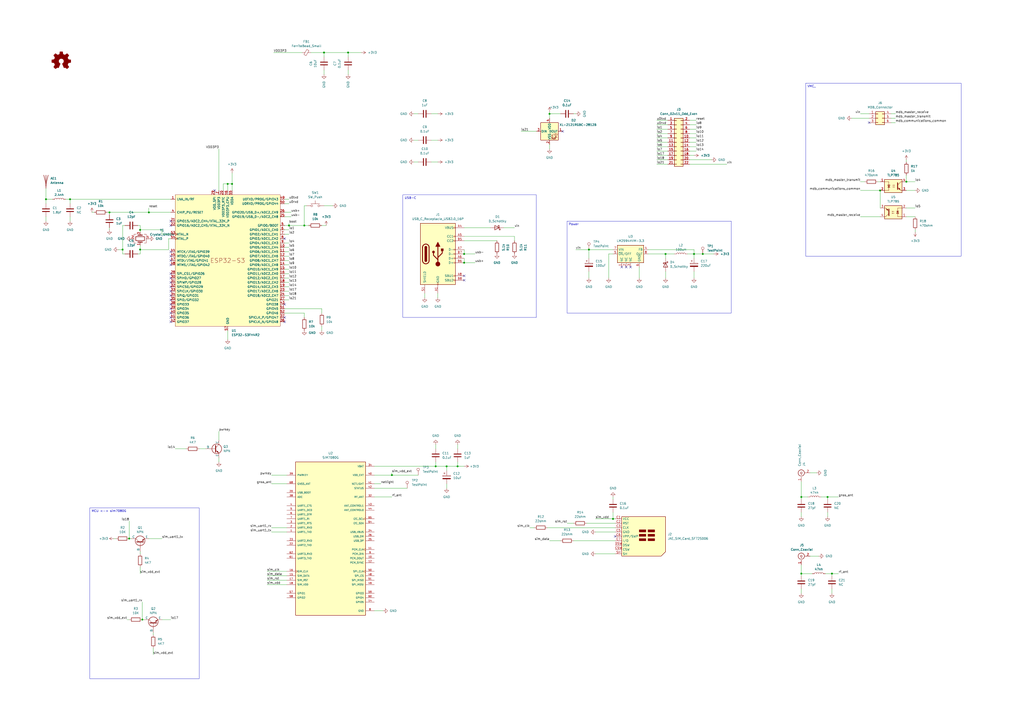
<source format=kicad_sch>
(kicad_sch (version 20250114) (generator "eeschema") (generator_version "9.0")
  (paper "A2")
  (text_box "Power" (at 328.93 128.27 0) (size 95.25 53.34) (margins 0.9525 0.9525 0.9525 0.9525) (effects (font (size 1.27 1.27)) (justify left top)))
  (text_box "USB-C" (at 233.68 113.03 0) (size 77.47 71.12) (margins 0.9525 0.9525 0.9525 0.9525) (effects (font (size 1.27 1.27)) (justify left top)))
  (text_box "MCU <-> sim7080G" (at 52.07 294.64 0) (size 63.5 99.06) (margins 0.9525 0.9525 0.9525 0.9525) (effects (font (size 1.27 1.27)) (justify left top)))
  (text_box "VMC_" (at 467.36 48.26 0) (size 90.17 100.33) (margins 0.9525 0.9525 0.9525 0.9525) (effects (font (size 1.27 1.27)) (justify left top)))
  (junction (at 252.73 270.51))
  (junction (at 167.64 130.81))
  (junction (at 464.82 332.74))
  (junction (at 26.67 115.57))
  (junction (at 176.53 130.81))
  (junction (at 386.08 147.32))
  (junction (at 86.36 123.19))
  (junction (at 269.24 152.4))
  (junction (at 407.67 147.32))
  (junction (at 81.28 144.78))
  (junction (at 227.33 275.59))
  (junction (at 81.28 133.35))
  (junction (at 74.93 312.42))
  (junction (at 134.62 106.68))
  (junction (at 510.54 110.49))
  (junction (at 355.6 300.99))
  (junction (at 71.12 144.78))
  (junction (at 40.64 115.57))
  (junction (at 341.63 144.78))
  (junction (at 269.24 147.32))
  (junction (at 482.6 332.74))
  (junction (at 201.93 30.48))
  (junction (at 63.5 123.19))
  (junction (at 259.08 270.51))
  (junction (at 187.96 30.48))
  (junction (at 265.43 270.51))
  (junction (at 480.06 288.29))
  (junction (at 402.59 147.32))
  (junction (at 82.55 359.41))
  (junction (at 464.82 288.29))
  (junction (at 132.08 106.68))
  (junction (at 318.77 66.04))
  (junction (at 525.78 105.41))
  (no_connect (at 269.24 160.02))
  (no_connect (at 99.06 176.53))
  (no_connect (at 504.19 71.12))
  (no_connect (at 269.24 162.56))
  (no_connect (at 99.06 158.75))
  (no_connect (at 99.06 179.07))
  (no_connect (at 365.76 154.94))
  (no_connect (at 99.06 151.13))
  (no_connect (at 99.06 166.37))
  (no_connect (at 99.06 130.81))
  (no_connect (at 326.39 76.2))
  (no_connect (at 99.06 186.69))
  (no_connect (at 99.06 163.83))
  (no_connect (at 99.06 171.45))
  (no_connect (at 124.46 110.49))
  (no_connect (at 99.06 148.59))
  (no_connect (at 99.06 153.67))
  (no_connect (at 99.06 128.27))
  (no_connect (at 99.06 184.15))
  (no_connect (at 99.06 173.99))
  (no_connect (at 165.1 176.53))
  (no_connect (at 360.68 154.94))
  (no_connect (at 356.87 311.15))
  (no_connect (at 165.1 186.69))
  (no_connect (at 99.06 168.91))
  (no_connect (at 363.22 154.94))
  (no_connect (at 165.1 138.43))
  (no_connect (at 99.06 181.61))
  (no_connect (at 99.06 161.29))
  (no_connect (at 99.06 146.05))
  (no_connect (at 165.1 184.15))
  (wire (pts (xy 177.8 119.38) (xy 176.53 119.38)))
  (wire (pts (xy 26.67 115.57) (xy 30.48 115.57)))
  (wire (pts (xy 499.11 110.49) (xy 510.54 110.49)))
  (wire (pts (xy 73.66 359.41) (xy 74.93 359.41)))
  (wire (pts (xy 318.77 313.69) (xy 325.12 313.69)))
  (wire (pts (xy 166.37 334.01) (xy 154.94 334.01)))
  (wire (pts (xy 252.73 270.51) (xy 259.08 270.51)))
  (wire (pts (xy 265.43 267.97) (xy 265.43 270.51)))
  (wire (pts (xy 400.05 90.17) (xy 402.59 90.17)))
  (wire (pts (xy 318.77 64.77) (xy 318.77 66.04)))
  (wire (pts (xy 165.1 179.07) (xy 186.69 179.07)))
  (wire (pts (xy 499.11 105.41) (xy 501.65 105.41)))
  (wire (pts (xy 254 66.04) (xy 250.19 66.04)))
  (wire (pts (xy 254 172.72) (xy 254 170.18)))
  (wire (pts (xy 355.6 288.29) (xy 355.6 289.56)))
  (wire (pts (xy 525.78 110.49) (xy 530.86 110.49)))
  (wire (pts (xy 127 267.97) (xy 127 265.43)))
  (wire (pts (xy 468.63 288.29) (xy 464.82 288.29)))
  (wire (pts (xy 309.88 306.07) (xy 307.34 306.07)))
  (wire (pts (xy 516.89 71.12) (xy 519.43 71.12)))
  (wire (pts (xy 402.59 149.86) (xy 402.59 147.32)))
  (wire (pts (xy 353.06 147.32) (xy 355.6 147.32)))
  (wire (pts (xy 99.06 135.89) (xy 93.98 135.89)))
  (wire (pts (xy 71.12 147.32) (xy 72.39 147.32)))
  (wire (pts (xy 334.01 66.04) (xy 332.74 66.04)))
  (wire (pts (xy 325.12 66.04) (xy 318.77 66.04)))
  (wire (pts (xy 403.86 77.47) (xy 400.05 77.47)))
  (wire (pts (xy 381 95.25) (xy 387.35 95.25)))
  (wire (pts (xy 473.71 274.32) (xy 469.9 274.32)))
  (wire (pts (xy 269.24 137.16) (xy 298.45 137.16)))
  (wire (pts (xy 402.59 161.29) (xy 402.59 157.48)))
  (wire (pts (xy 530.86 133.35) (xy 530.86 134.62)))
  (wire (pts (xy 341.63 144.78) (xy 355.6 144.78)))
  (wire (pts (xy 259.08 270.51) (xy 265.43 270.51)))
  (wire (pts (xy 165.1 146.05) (xy 167.64 146.05)))
  (wire (pts (xy 80.01 147.32) (xy 81.28 147.32)))
  (wire (pts (xy 403.86 85.09) (xy 400.05 85.09)))
  (wire (pts (xy 165.1 173.99) (xy 167.64 173.99)))
  (wire (pts (xy 318.77 86.36) (xy 318.77 83.82)))
  (wire (pts (xy 81.28 328.93) (xy 81.28 332.74)))
  (wire (pts (xy 332.74 313.69) (xy 356.87 313.69)))
  (wire (pts (xy 63.5 124.46) (xy 63.5 123.19)))
  (wire (pts (xy 302.26 76.2) (xy 311.15 76.2)))
  (wire (pts (xy 252.73 267.97) (xy 252.73 270.51)))
  (wire (pts (xy 80.01 130.81) (xy 81.28 130.81)))
  (wire (pts (xy 201.93 30.48) (xy 201.93 33.02)))
  (wire (pts (xy 403.86 72.39) (xy 400.05 72.39)))
  (wire (pts (xy 158.75 30.48) (xy 175.26 30.48)))
  (wire (pts (xy 86.36 123.19) (xy 99.06 123.19)))
  (wire (pts (xy 165.1 123.19) (xy 168.91 123.19)))
  (wire (pts (xy 26.67 128.27) (xy 26.67 125.73)))
  (wire (pts (xy 334.01 144.78) (xy 341.63 144.78)))
  (wire (pts (xy 220.98 280.67) (xy 217.17 280.67)))
  (wire (pts (xy 97.79 144.78) (xy 97.79 138.43)))
  (wire (pts (xy 127 86.36) (xy 127 110.49)))
  (wire (pts (xy 62.23 123.19) (xy 63.5 123.19)))
  (wire (pts (xy 478.79 332.74) (xy 482.6 332.74)))
  (wire (pts (xy 165.1 163.83) (xy 167.64 163.83)))
  (wire (pts (xy 165.1 135.89) (xy 167.64 135.89)))
  (wire (pts (xy 381 87.63) (xy 387.35 87.63)))
  (wire (pts (xy 165.1 130.81) (xy 167.64 130.81)))
  (wire (pts (xy 167.64 129.54) (xy 167.64 130.81)))
  (wire (pts (xy 71.12 144.78) (xy 71.12 147.32)))
  (wire (pts (xy 165.1 181.61) (xy 176.53 181.61)))
  (wire (pts (xy 402.59 147.32) (xy 398.78 147.32)))
  (wire (pts (xy 391.16 147.32) (xy 386.08 147.32)))
  (wire (pts (xy 81.28 147.32) (xy 81.28 144.78)))
  (wire (pts (xy 176.53 119.38) (xy 176.53 130.81)))
  (wire (pts (xy 187.96 43.18) (xy 187.96 40.64)))
  (wire (pts (xy 412.75 92.71) (xy 400.05 92.71)))
  (wire (pts (xy 201.93 30.48) (xy 187.96 30.48)))
  (wire (pts (xy 227.33 275.59) (xy 217.17 275.59)))
  (wire (pts (xy 63.5 123.19) (xy 86.36 123.19)))
  (wire (pts (xy 318.77 66.04) (xy 318.77 68.58)))
  (wire (pts (xy 403.86 80.01) (xy 400.05 80.01)))
  (wire (pts (xy 482.6 332.74) (xy 486.41 332.74)))
  (wire (pts (xy 246.38 170.18) (xy 246.38 172.72)))
  (wire (pts (xy 403.86 87.63) (xy 400.05 87.63)))
  (wire (pts (xy 132.08 191.77) (xy 132.08 196.85)))
  (wire (pts (xy 381 80.01) (xy 387.35 80.01)))
  (wire (pts (xy 165.1 166.37) (xy 167.64 166.37)))
  (wire (pts (xy 132.08 110.49) (xy 132.08 106.68)))
  (wire (pts (xy 176.53 184.15) (xy 176.53 181.61)))
  (wire (pts (xy 240.03 81.28) (xy 242.57 81.28)))
  (wire (pts (xy 165.1 153.67) (xy 167.64 153.67)))
  (wire (pts (xy 464.82 332.74) (xy 464.82 334.01)))
  (wire (pts (xy 254 81.28) (xy 250.19 81.28)))
  (wire (pts (xy 187.96 30.48) (xy 187.96 33.02)))
  (wire (pts (xy 93.98 135.89) (xy 93.98 133.35)))
  (wire (pts (xy 341.63 149.86) (xy 341.63 144.78)))
  (wire (pts (xy 341.63 161.29) (xy 341.63 157.48)))
  (wire (pts (xy 476.25 288.29) (xy 480.06 288.29)))
  (wire (pts (xy 381 90.17) (xy 387.35 90.17)))
  (wire (pts (xy 54.61 123.19) (xy 53.34 123.19)))
  (wire (pts (xy 26.67 109.22) (xy 26.67 115.57)))
  (wire (pts (xy 217.17 270.51) (xy 252.73 270.51)))
  (wire (pts (xy 81.28 133.35) (xy 93.98 133.35)))
  (wire (pts (xy 227.33 288.29) (xy 217.17 288.29)))
  (wire (pts (xy 480.06 299.72) (xy 480.06 297.18)))
  (wire (pts (xy 525.78 105.41) (xy 530.86 105.41)))
  (wire (pts (xy 129.54 110.49) (xy 129.54 106.68)))
  (wire (pts (xy 165.1 140.97) (xy 167.64 140.97)))
  (wire (pts (xy 386.08 157.48) (xy 386.08 161.29)))
  (wire (pts (xy 381 85.09) (xy 387.35 85.09)))
  (wire (pts (xy 259.08 283.21) (xy 259.08 280.67)))
  (wire (pts (xy 74.93 312.42) (xy 76.2 312.42)))
  (wire (pts (xy 40.64 128.27) (xy 40.64 125.73)))
  (wire (pts (xy 402.59 144.78) (xy 402.59 147.32)))
  (wire (pts (xy 227.33 275.59) (xy 242.57 275.59)))
  (wire (pts (xy 386.08 149.86) (xy 386.08 147.32)))
  (wire (pts (xy 471.17 332.74) (xy 464.82 332.74)))
  (wire (pts (xy 101.6 260.35) (xy 107.95 260.35)))
  (wire (pts (xy 40.64 115.57) (xy 99.06 115.57)))
  (wire (pts (xy 26.67 118.11) (xy 26.67 115.57)))
  (wire (pts (xy 186.69 189.23) (xy 186.69 191.77)))
  (wire (pts (xy 381 72.39) (xy 387.35 72.39)))
  (wire (pts (xy 63.5 133.35) (xy 63.5 132.08)))
  (wire (pts (xy 254 93.98) (xy 250.19 93.98)))
  (wire (pts (xy 403.86 69.85) (xy 400.05 69.85)))
  (wire (pts (xy 240.03 93.98) (xy 242.57 93.98)))
  (wire (pts (xy 375.92 144.78) (xy 402.59 144.78)))
  (wire (pts (xy 186.69 130.81) (xy 189.23 130.81)))
  (wire (pts (xy 71.12 130.81) (xy 71.12 144.78)))
  (wire (pts (xy 355.6 297.18) (xy 355.6 300.99)))
  (wire (pts (xy 353.06 161.29) (xy 353.06 147.32)))
  (wire (pts (xy 134.62 100.33) (xy 134.62 106.68)))
  (wire (pts (xy 115.57 260.35) (xy 119.38 260.35)))
  (wire (pts (xy 381 77.47) (xy 387.35 77.47)))
  (wire (pts (xy 187.96 119.38) (xy 193.04 119.38)))
  (wire (pts (xy 88.9 375.92) (xy 88.9 379.73)))
  (wire (pts (xy 134.62 106.68) (xy 134.62 110.49)))
  (wire (pts (xy 165.1 168.91) (xy 167.64 168.91)))
  (wire (pts (xy 167.64 158.75) (xy 165.1 158.75)))
  (wire (pts (xy 381 82.55) (xy 387.35 82.55)))
  (wire (pts (xy 265.43 257.81) (xy 265.43 260.35)))
  (wire (pts (xy 370.84 161.29) (xy 370.84 154.94)))
  (wire (pts (xy 356.87 308.61) (xy 345.44 308.61)))
  (wire (pts (xy 480.06 288.29) (xy 480.06 289.56)))
  (wire (pts (xy 464.82 299.72) (xy 464.82 297.18)))
  (wire (pts (xy 407.67 147.32) (xy 402.59 147.32)))
  (wire (pts (xy 269.24 139.7) (xy 288.29 139.7)))
  (wire (pts (xy 40.64 118.11) (xy 40.64 115.57)))
  (wire (pts (xy 317.5 306.07) (xy 356.87 306.07)))
  (wire (pts (xy 179.07 130.81) (xy 176.53 130.81)))
  (wire (pts (xy 88.9 368.3) (xy 88.9 367.03)))
  (wire (pts (xy 403.86 82.55) (xy 400.05 82.55)))
  (wire (pts (xy 516.89 68.58) (xy 519.43 68.58)))
  (wire (pts (xy 414.02 147.32) (xy 407.67 147.32)))
  (wire (pts (xy 209.55 30.48) (xy 201.93 30.48)))
  (wire (pts (xy 81.28 134.62) (xy 81.28 133.35)))
  (wire (pts (xy 421.64 95.25) (xy 400.05 95.25)))
  (wire (pts (xy 403.86 74.93) (xy 400.05 74.93)))
  (wire (pts (xy 81.28 144.78) (xy 81.28 142.24)))
  (wire (pts (xy 474.98 322.58) (xy 469.9 322.58)))
  (wire (pts (xy 201.93 43.18) (xy 201.93 40.64)))
  (wire (pts (xy 167.64 130.81) (xy 176.53 130.81)))
  (wire (pts (xy 381 92.71) (xy 387.35 92.71)))
  (wire (pts (xy 269.24 149.86) (xy 269.24 152.4)))
  (wire (pts (xy 157.48 280.67) (xy 166.37 280.67)))
  (wire (pts (xy 165.1 133.35) (xy 167.64 133.35)))
  (wire (pts (xy 499.11 66.04) (xy 504.19 66.04)))
  (wire (pts (xy 236.22 283.21) (xy 217.17 283.21)))
  (wire (pts (xy 165.1 156.21) (xy 167.64 156.21)))
  (wire (pts (xy 464.82 327.66) (xy 464.82 332.74)))
  (wire (pts (xy 381 74.93) (xy 387.35 74.93)))
  (wire (pts (xy 345.44 321.31) (xy 356.87 321.31)))
  (wire (pts (xy 525.78 120.65) (xy 530.86 120.65)))
  (wire (pts (xy 355.6 300.99) (xy 345.44 300.99)))
  (wire (pts (xy 252.73 257.81) (xy 252.73 260.35)))
  (wire (pts (xy 328.93 303.53) (xy 332.74 303.53)))
  (wire (pts (xy 269.24 147.32) (xy 275.59 147.32)))
  (wire (pts (xy 165.1 171.45) (xy 167.64 171.45)))
  (wire (pts (xy 494.03 68.58) (xy 504.19 68.58)))
  (wire (pts (xy 93.98 312.42) (xy 86.36 312.42)))
  (wire (pts (xy 356.87 303.53) (xy 340.36 303.53)))
  (wire (pts (xy 499.11 125.73) (xy 510.54 125.73)))
  (wire (pts (xy 464.82 344.17) (xy 464.82 341.63)))
  (wire (pts (xy 187.96 30.48) (xy 180.34 30.48)))
  (wire (pts (xy 154.94 331.47) (xy 166.37 331.47)))
  (wire (pts (xy 97.79 138.43) (xy 99.06 138.43)))
  (wire (pts (xy 66.04 312.42) (xy 67.31 312.42)))
  (wire (pts (xy 81.28 321.31) (xy 81.28 320.04)))
  (wire (pts (xy 40.64 115.57) (xy 38.1 115.57)))
  (wire (pts (xy 480.06 288.29) (xy 486.41 288.29)))
  (wire (pts (xy 292.1 132.08) (xy 298.45 132.08)))
  (wire (pts (xy 166.37 336.55) (xy 154.94 336.55)))
  (wire (pts (xy 166.37 339.09) (xy 154.94 339.09)))
  (wire (pts (xy 127 250.19) (xy 127 255.27)))
  (wire (pts (xy 165.1 151.13) (xy 167.64 151.13)))
  (wire (pts (xy 509.27 105.41) (xy 510.54 105.41)))
  (wire (pts (xy 464.82 288.29) (xy 464.82 289.56)))
  (wire (pts (xy 525.78 92.71) (xy 525.78 93.98)))
  (wire (pts (xy 71.12 130.81) (xy 72.39 130.81)))
  (wire (pts (xy 165.1 148.59) (xy 167.64 148.59)))
  (wire (pts (xy 464.82 279.4) (xy 464.82 288.29)))
  (wire (pts (xy 165.1 115.57) (xy 167.64 115.57)))
  (wire (pts (xy 186.69 179.07) (xy 186.69 181.61)))
  (wire (pts (xy 82.55 349.25) (xy 82.55 359.41)))
  (wire (pts (xy 157.48 275.59) (xy 166.37 275.59)))
  (wire (pts (xy 81.28 144.78) (xy 97.79 144.78)))
  (wire (pts (xy 386.08 147.32) (xy 375.92 147.32)))
  (wire (pts (xy 525.78 101.6) (xy 525.78 105.41)))
  (wire (pts (xy 99.06 359.41) (xy 93.98 359.41)))
  (wire (pts (xy 165.1 161.29) (xy 167.64 161.29)))
  (wire (pts (xy 81.28 130.81) (xy 81.28 133.35)))
  (wire (pts (xy 129.54 106.68) (xy 132.08 106.68)))
  (wire (pts (xy 165.1 143.51) (xy 167.64 143.51)))
  (wire (pts (xy 482.6 344.17) (xy 482.6 341.63)))
  (wire (pts (xy 165.1 118.11) (xy 167.64 118.11)))
  (wire (pts (xy 516.89 66.04) (xy 519.43 66.04)))
  (wire (pts (xy 86.36 120.65) (xy 86.36 123.19)))
  (wire (pts (xy 157.48 306.07) (xy 166.37 306.07)))
  (wire (pts (xy 269.24 144.78) (xy 269.24 147.32)))
  (wire (pts (xy 356.87 300.99) (xy 355.6 300.99)))
  (wire (pts (xy 381 69.85) (xy 387.35 69.85)))
  (wire (pts (xy 482.6 332.74) (xy 482.6 334.01)))
  (wire (pts (xy 510.54 110.49) (xy 510.54 120.65)))
  (wire (pts (xy 227.33 274.32) (xy 227.33 275.59)))
  (wire (pts (xy 269.24 132.08) (xy 284.48 132.08)))
  (wire (pts (xy 240.03 66.04) (xy 242.57 66.04)))
  (wire (pts (xy 82.55 359.41) (xy 83.82 359.41)))
  (wire (pts (xy 68.58 144.78) (xy 71.12 144.78)))
  (wire (pts (xy 269.24 152.4) (xy 275.59 152.4)))
  (wire (pts (xy 298.45 137.16) (xy 298.45 139.7)))
  (wire (pts (xy 265.43 270.51) (xy 269.24 270.51)))
  (wire (pts (xy 525.78 125.73) (xy 530.86 125.73)))
  (wire (pts (xy 259.08 273.05) (xy 259.08 270.51)))
  (wire (pts (xy 74.93 302.26) (xy 74.93 312.42)))
  (wire (pts (xy 132.08 106.68) (xy 134.62 106.68)))
  (wire (pts (xy 157.48 308.61) (xy 166.37 308.61)))
  (wire (pts (xy 165.1 125.73) (xy 168.91 125.73)))
  (wire (pts (xy 222.25 354.33) (xy 217.17 354.33)))
  (label "u0txd" (at 167.64 115.57 0))
  (label "reset" (at 86.36 120.65 0))
  (label "io18" (at 381 92.71 0))
  (label "usb+" (at 168.91 123.19 0))
  (label "sim_vdd" (at 154.94 339.09 0))
  (label "vin" (at 334.01 144.78 0))
  (label "vin" (at 298.45 132.08 0))
  (label "io1" (at 381 74.93 0))
  (label "sim_vdd_ext" (at 81.28 332.74 0))
  (label "io21" (at 302.26 76.2 0))
  (label "usb+" (at 275.59 152.4 0))
  (label "VDD3P3" (at 127 86.36 180))
  (label "reset" (at 403.86 69.85 0))
  (label "boot" (at 167.64 129.54 0))
  (label "sim_rst" (at 154.94 336.55 0))
  (label "io5" (at 381 82.55 0))
  (label "io7" (at 381 87.63 0))
  (label "sim_vdd_ext" (at 73.66 359.41 180))
  (label "sim_clk" (at 307.34 306.07 180))
  (label "io5" (at 530.86 120.65 0))
  (label "usb-" (at 168.91 125.73 0))
  (label "io9" (at 167.64 153.67 0))
  (label "sim_clk" (at 154.94 331.47 0))
  (label "sim_uart1_rx" (at 157.48 306.07 180))
  (label "io2" (at 167.64 135.89 0))
  (label "sim_uart1_rx" (at 82.55 349.25 180))
  (label "sim_rst" (at 328.93 303.53 180))
  (label "io14" (at 403.86 87.63 0))
  (label "usb-" (at 275.59 147.32 0))
  (label "io17" (at 381 90.17 0))
  (label "io1" (at 167.64 133.35 0))
  (label "io12" (at 167.64 161.29 0))
  (label "mdb_master_receive" (at 499.11 125.73 180))
  (label "io13" (at 167.64 163.83 0))
  (label "mdb_master_transmit" (at 499.11 105.41 180))
  (label "sim_uart1_tx" (at 157.48 308.61 180))
  (label "io14" (at 167.64 166.37 0))
  (label "pwrkey" (at 127 250.19 0))
  (label "io4" (at 381 80.01 0))
  (label "sim_vdd_ext" (at 227.33 274.32 0))
  (label "mdb_master_receive" (at 519.43 66.04 0))
  (label "mdb_communications_common" (at 519.43 71.12 0))
  (label "io12" (at 403.86 82.55 0))
  (label "sim_data" (at 318.77 313.69 180))
  (label "io10" (at 167.64 156.21 0))
  (label "io6" (at 167.64 146.05 0))
  (label "u0rxd" (at 167.64 118.11 0))
  (label "gnss_ant" (at 157.48 280.67 180))
  (label "io8" (at 167.64 151.13 0))
  (label "io6" (at 381 85.09 0))
  (label "io2" (at 381 77.47 0))
  (label "io4" (at 167.64 140.97 0))
  (label "io11" (at 167.64 158.75 0))
  (label "sim_data" (at 154.94 334.01 0))
  (label "VDD3P3" (at 158.75 30.48 0))
  (label "io11" (at 403.86 80.01 0))
  (label "io21" (at 167.64 173.99 0))
  (label "io14" (at 101.6 260.35 180))
  (label "io4" (at 530.86 105.41 0))
  (label "io18" (at 167.64 171.45 0))
  (label "io7" (at 167.64 148.59 0))
  (label "io18" (at 74.93 302.26 180))
  (label "io10" (at 403.86 77.47 0))
  (label "io17" (at 99.06 359.41 0))
  (label "io5" (at 167.64 143.51 0))
  (label "mdb_master_transmit" (at 519.43 68.58 0))
  (label "sim_vdd_ext" (at 88.9 379.73 0))
  (label "io17" (at 167.64 168.91 0))
  (label "u0txd" (at 381 69.85 0))
  (label "io21" (at 381 95.25 0))
  (label "io9" (at 403.86 74.93 0))
  (label "u0rxd" (at 381 72.39 0))
  (label "io13" (at 403.86 85.09 0))
  (label "sim_vdd" (at 345.44 300.99 0))
  (label "vin" (at 499.11 66.04 180))
  (label "rf_ant" (at 227.33 288.29 0))
  (label "vin" (at 421.64 95.25 0))
  (label "rf_ant" (at 486.41 332.74 0))
  (label "mdb_communications_common" (at 499.11 110.49 180))
  (label "sim_uart1_tx" (at 93.98 312.42 0))
  (label "pwrkey" (at 157.48 275.59 180))
  (label "netlight" (at 220.98 280.67 0))
  (label "io8" (at 403.86 72.39 0))
  (label "gnss_ant" (at 486.41 288.29 0))
  (symbol (lib_id "Device:R") (at 88.9 372.11 180) (unit 1)
    (property "Reference" "R5" (at 91.44 370.8399 0) (effects (justify right)))
    (property "Value" "4K7" (at 91.44 373.3799 0) (effects (justify right)))
    (property "Footprint" "Resistor_SMD:R_0603_1608Metric" (effects (hide yes)))
    (property "LCSC#" "C23162" (effects (hide yes)))
  )
  (symbol (lib_id "power:GND") (at 474.98 322.58 90) (unit 1)
    (property "Reference" "#PWR054" (effects (hide yes)))
    (property "Value" "GND" (at 478.79 322.5799 90) (effects (justify right)))
  )
  (symbol (lib_id "power:GND") (at 132.08 196.85 0) (unit 1)
    (property "Reference" "#PWR011" (effects (hide yes)))
    (property "Value" "GND" (at 132.08 201.93 0))
  )
  (symbol (lib_id "power:+3V3") (at 525.78 92.71 0) (unit 1)
    (property "Reference" "#PWR058" (effects (hide yes)))
    (property "Value" "+3V3" (at 525.78 87.63 0))
  )
  (symbol (lib_id "power:+3V3") (at 402.59 90.17 270) (unit 1)
    (property "Reference" "#PWR047" (effects (hide yes)))
    (property "Value" "+3V3" (at 406.4 90.17 90) (effects (justify left)))
  )
  (symbol (lib_id "power:+3V3") (at 530.86 134.62 180) (unit 1)
    (property "Reference" "#PWR060" (effects (hide yes)))
    (property "Value" "+3V3" (at 530.86 139.7 0))
  )
  (symbol (lib_id "power:GND") (at 412.75 92.71 90) (unit 1)
    (property "Reference" "#PWR050" (effects (hide yes)))
    (property "Value" "GND" (at 416.56 92.71 90) (effects (justify right)))
  )
  (symbol (lib_id "Device:C") (at 201.93 36.83 180) (unit 1)
    (property "Reference" "C7" (at 194.31 36.83 90))
    (property "Value" "0.1uF" (at 196.85 36.83 90))
    (property "Footprint" "Capacitor_SMD:C_0603_1608Metric" (effects (hide yes)))
    (property "LCSC#" "C5137636" (effects (hide yes)))
  )
  (symbol (lib_id "power:+3V3") (at 318.77 64.77 0) (unit 1)
    (property "Reference" "#PWR035" (effects (hide yes)))
    (property "Value" "+3V3" (at 318.77 62.23 0) (effects (justify left)))
  )
  (symbol (lib_id "power:GND") (at 334.01 66.04 90) (unit 1)
    (property "Reference" "#PWR037" (effects (hide yes)))
    (property "Value" "GND" (at 339.09 66.04 0))
  )
  (symbol (lib_id "Isolator:TLP785") (at 518.16 107.95 0) (unit 1)
    (property "Reference" "U4" (at 518.16 99.06 0))
    (property "Value" "TLP785" (at 518.16 101.6 0))
    (property "Footprint" "Package_SO:SOP-4_3.8x4.1mm_P2.54mm" (effects (hide yes)))
    (property "Datasheet" "https://toshiba.semicon-storage.com/info/docget.jsp?did=10569&prodName=TLP785" (effects (hide yes)))
    (property "Description" "DC Optocoupler, Vce 80V, CTR 50-200%, DIP4" (effects (hide yes)))
    (property "LCSC#" "C128776" (effects (hide yes)))
  )
  (symbol (lib_id "Connector:JAE_SIM_Card_SF72S006") (at 356.87 311.15 0) (unit 1)
    (property "Reference" "J2" (at 387.35 309.8799 0) (effects (justify left)))
    (property "Value" "JAE_SIM_Card_SF72S006" (at 387.35 312.4199 0) (effects (justify left)))
    (property "Footprint" "Connector_JAE:JAE_SIM_Card_SF72S006" (effects (hide yes)))
    (property "Datasheet" "https://www.jae.com/direct/topics/topics_file_download/topics_id=68892&ext_no=06&index=0&_lang=en&v=202003111511468456809" (effects (hide yes)))
    (property "Description" "Nano-SIM Card (4FF) connector with Detect Switch" (effects (hide yes)))
    (property "LCSC#" "C2977286" (effects (hide yes)))
  )
  (symbol (lib_id "Connector:TestPoint") (at 341.63 144.78 0) (unit 1)
    (property "Reference" "TP4" (at 344.17 140.2079 0) (effects (justify left)))
    (property "Value" "TestPoint" (at 344.17 142.7479 0) (effects (justify left)))
    (property "Footprint" "TestPoint:TestPoint_Pad_D1.0mm" (effects (hide yes)))
    (property "Description" "test point" (effects (hide yes)))
  )
  (symbol (lib_id "Graphic:Logo_Open_Hardware_Small") (at 35.56 35.56 0) (unit 1) (exclude_from_sim yes) (in_bom no) (on_board no)
    (property "Reference" "#SYM1" (effects (hide yes)))
    (property "Value" "Logo_Open_Hardware_Small" (effects (hide yes)))
    (property "Footprint" "Symbol:OSHW-Logo2_14.6x12mm_SilkScreen" (effects (hide yes)))
    (property "Description" "Open Hardware logo, small" (effects (hide yes)))
  )
  (symbol (lib_id "Device:C") (at 252.73 264.16 180) (unit 1)
    (property "Reference" "C11" (at 256.54 262.8899 0) (effects (justify right)))
    (property "Value" "0.1uF" (at 256.54 265.4299 0) (effects (justify right)))
    (property "Footprint" "Capacitor_SMD:C_0603_1608Metric" (effects (hide yes)))
    (property "LCSC#" "C5137636" (effects (hide yes)))
  )
  (symbol (lib_id "Device:R") (at 530.86 129.54 180) (unit 1)
    (property "Reference" "R18" (at 533.4 128.2699 0) (effects (justify right)))
    (property "Value" "470ohm" (at 533.4 130.8099 0) (effects (justify right)))
    (property "Footprint" "Resistor_SMD:R_0603_1608Metric" (effects (hide yes)))
    (property "Description" "Resistor" (effects (hide yes)))
    (property "LCSC#" "C114669" (effects (hide yes)))
  )
  (symbol (lib_id "power:+3V3") (at 254 81.28 270) (unit 1)
    (property "Reference" "#PWR027" (effects (hide yes)))
    (property "Value" "+3V3" (at 257.81 81.2799 90) (effects (justify left)))
  )
  (symbol (lib_id "Device:R") (at 71.12 312.42 270) (unit 1)
    (property "Reference" "R2" (at 71.12 306.07 90))
    (property "Value" "10K" (at 71.12 308.61 90))
    (property "Footprint" "Resistor_SMD:R_0603_1608Metric" (effects (hide yes)))
    (property "LCSC#" "C98220" (effects (hide yes)))
  )
  (symbol (lib_id "Simulation_SPICE:NPN") (at 124.46 260.35 0) (unit 1)
    (property "Reference" "Q3" (at 129.54 259.0799 0) (effects (justify left)))
    (property "Value" "NPN" (at 129.54 261.6199 0) (effects (justify left)))
    (property "Footprint" "Package_TO_SOT_SMD:SOT-23" (effects (hide yes)))
    (property "Datasheet" "https://ngspice.sourceforge.io/docs/ngspice-html-manual/manual.xhtml#cha_BJTs" (effects (hide yes)))
    (property "Description" "Bipolar transistor symbol for simulation only, substrate tied to the emitter" (effects (hide yes)))
    (property "Sim.Device" "NPN" (effects (hide yes)))
    (property "Sim.Type" "GUMMELPOON" (effects (hide yes)))
    (property "Sim.Pins" "1=C 2=B 3=E" (effects (hide yes)))
    (property "LCSC#" "C916374" (effects (hide yes)))
  )
  (symbol (lib_id "power:GND") (at 86.36 138.43 90) (unit 1)
    (property "Reference" "#PWR09" (effects (hide yes)))
    (property "Value" "GND" (at 90.17 138.4299 90) (effects (justify right)))
  )
  (symbol (lib_id "power:GND") (at 370.84 161.29 0) (unit 1)
    (property "Reference" "#PWR044" (effects (hide yes)))
    (property "Value" "GND" (at 370.84 166.37 0))
  )
  (symbol (lib_id "Switch:SW_Push") (at 182.88 119.38 0) (unit 1)
    (property "Reference" "SW1" (at 182.88 111.76 0))
    (property "Value" "SW_Push" (at 182.88 114.3 0))
    (property "Footprint" "Button_Switch_SMD:SW_Tactile_SPST_NO_Straight_CK_PTS636Sx25SMTRLFS" (effects (hide yes)))
    (property "LCSC#" "C42435421" (effects (hide yes)))
  )
  (symbol (lib_id "power:+3V3") (at 189.23 130.81 0) (unit 1)
    (property "Reference" "#PWR016" (effects (hide yes)))
    (property "Value" "+3V3" (at 189.23 125.73 0))
  )
  (symbol (lib_id "LED:WS2812B-2020") (at 318.77 76.2 0) (unit 1)
    (property "Reference" "D2" (at 332.74 69.7798 0))
    (property "Value" "XL-2121RGBC-2812B" (at 335.28 72.39 0))
    (property "Footprint" "LED_SMD:LED_WS2812B-2020_PLCC4_2.0x2.0mm" (effects (hide yes)))
    (property "Datasheet" "https://cdn-shop.adafruit.com/product-files/4684/4684_WS2812B-2020_V1.3_EN.pdf" (effects (hide yes)))
    (property "Description" "RGB LED with integrated controller, 2.0 x 2.0 mm, 12 mA" (effects (hide yes)))
    (property "LCSC#" "C5349957" (effects (hide yes)))
  )
  (symbol (lib_id "power:GND") (at 63.5 133.35 0) (unit 1)
    (property "Reference" "#PWR04" (effects (hide yes)))
    (property "Value" "GND" (at 63.5 138.43 0))
  )
  (symbol (lib_id "Device:R") (at 78.74 359.41 270) (unit 1)
    (property "Reference" "R3" (at 78.74 353.06 90))
    (property "Value" "10K" (at 78.74 355.6 90))
    (property "Footprint" "Resistor_SMD:R_0603_1608Metric" (effects (hide yes)))
    (property "LCSC#" "C98220" (effects (hide yes)))
  )
  (symbol (lib_id "Connector:TestPoint") (at 242.57 275.59 0) (unit 1)
    (property "Reference" "TP3" (at 245.11 271.0179 0) (effects (justify left)))
    (property "Value" "TestPoint" (at 245.11 273.5579 0) (effects (justify left)))
    (property "Footprint" "TestPoint:TestPoint_Pad_D1.0mm" (effects (hide yes)))
    (property "Description" "test point" (effects (hide yes)))
  )
  (symbol (lib_id "Device:C") (at 482.6 337.82 180) (unit 1)
    (property "Reference" "C21" (at 486.41 336.5499 0) (effects (justify right)))
    (property "Value" "NC" (at 486.41 339.0899 0) (effects (justify right)))
    (property "Footprint" "Capacitor_SMD:C_0603_1608Metric" (effects (hide yes)))
  )
  (symbol (lib_id "Simulation_SPICE:NPN") (at 81.28 314.96 90) (unit 1)
    (property "Reference" "Q1" (at 81.28 306.07 90))
    (property "Value" "NPN" (at 81.28 308.61 90))
    (property "Footprint" "Package_TO_SOT_SMD:SOT-23" (effects (hide yes)))
    (property "Datasheet" "https://ngspice.sourceforge.io/docs/ngspice-html-manual/manual.xhtml#cha_BJTs" (effects (hide yes)))
    (property "Description" "Bipolar transistor symbol for simulation only, substrate tied to the emitter" (effects (hide yes)))
    (property "Sim.Device" "NPN" (effects (hide yes)))
    (property "Sim.Type" "GUMMELPOON" (effects (hide yes)))
    (property "Sim.Pins" "1=C 2=B 3=E" (effects (hide yes)))
    (property "LCSC#" "C916374" (effects (hide yes)))
  )
  (symbol (lib_id "power:+3V3") (at 53.34 123.19 0) (unit 1)
    (property "Reference" "#PWR03" (effects (hide yes)))
    (property "Value" "+3V3" (at 53.34 118.11 0))
  )
  (symbol (lib_id "power:GND") (at 345.44 308.61 270) (unit 1)
    (property "Reference" "#PWR039" (effects (hide yes)))
    (property "Value" "GND" (at 341.63 308.6099 90) (effects (justify right)))
  )
  (symbol (lib_id "power:GND") (at 530.86 110.49 90) (unit 1)
    (property "Reference" "#PWR059" (effects (hide yes)))
    (property "Value" "GND" (at 534.67 110.4899 90) (effects (justify right)))
  )
  (symbol (lib_id "power:+3V3") (at 66.04 312.42 90) (unit 1)
    (property "Reference" "#PWR05" (effects (hide yes)))
    (property "Value" "+3V3" (at 62.738 312.42 90) (effects (justify left)))
  )
  (symbol (lib_id "Connector:USB_C_Receptacle_USB2.0_16P") (at 254 147.32 0) (unit 1)
    (property "Reference" "J1" (at 254 124.46 0))
    (property "Value" "USB_C_Receptacle_USB2.0_16P" (at 254 127 0))
    (property "Footprint" "Connector_USB:USB_C_Receptacle_G-Switch_GT-USB-7010ASV" (effects (hide yes)))
    (property "Datasheet" "https://www.usb.org/sites/default/files/documents/usb_type-c.zip" (effects (hide yes)))
    (property "Description" "USB 2.0-only 16P Type-C Receptacle connector" (effects (hide yes)))
    (property "LCSC#" "C2988369" (effects (hide yes)))
  )
  (symbol (lib_id "Device:C") (at 265.43 264.16 180) (unit 1)
    (property "Reference" "C13" (at 269.24 262.8899 0) (effects (justify right)))
    (property "Value" "1uF" (at 269.24 265.4299 0) (effects (justify right)))
    (property "Footprint" "Capacitor_SMD:C_0603_1608Metric" (effects (hide yes)))
    (property "LCSC#" "C6119849" (effects (hide yes)))
  )
  (symbol (lib_id "Connector_Generic:Conn_02x11_Odd_Even") (at 392.43 82.55 0) (unit 1)
    (property "Reference" "J3" (at 393.7 63.5 0))
    (property "Value" "Conn_02x11_Odd_Even" (at 393.7 66.04 0))
    (property "Footprint" "Connector_PinHeader_2.54mm:PinHeader_2x11_P2.54mm_Vertical" (effects (hide yes)))
    (property "Description" "Generic connector, double row, 02x11, odd/even pin numbering scheme (row 1 odd numbers, row 2 even numbers), script generated (kicad-library-utils/schlib/autogen/connector/)" (effects (hide yes)))
    (property "LCSC#" "C41375952" (effects (hide yes)))
  )
  (symbol (lib_id "SIM7080g:SIM7080G") (at 191.77 311.15 0) (unit 1)
    (property "Reference" "U2" (at 191.77 262.89 0))
    (property "Value" "SIM7080G" (at 191.77 265.43 0))
    (property "Footprint" "SIM7080G:XCVR_SIM7080G" (effects (hide yes)))
    (property "MF" "SIMCom" (effects (hide yes)))
    (property "MAXIMUM_PACKAGE_HEIGHT" "2.6 mm" (effects (hide yes)))
    (property "Package" "Package" (effects (hide yes)))
    (property "Price" "None" (effects (hide yes)))
    (property "Check_prices" "https://www.snapeda.com/parts/SIM7080G/SIMCom/view-part/?ref=eda" (effects (hide yes)))
    (property "STANDARD" "Manufacturer Recommendation" (effects (hide yes)))
    (property "PARTREV" "1.04" (effects (hide yes)))
    (property "SnapEDA_Link" "https://www.snapeda.com/parts/SIM7080G/SIMCom/view-part/?ref=snap" (effects (hide yes)))
    (property "MP" "SIM7080G" (effects (hide yes)))
    (property "Description_1" "Cellular, Navigation Galileo, GLONASS, GPS, GNSS, LTE Transceiver Module 1.559GHz ~ 1.576GHz, 1.575GHz ~ 1.576GHz, 1.574GHz ~ 1.606GHz, 1.598GHz ~ 1.563GHz Antenna Not Included Surface Mount" (effects (hide yes)))
    (property "Availability" "In Stock" (effects (hide yes)))
    (property "MANUFACTURER" "SIMCOM" (effects (hide yes)))
    (property "LCSC#" "C2943992" (effects (hide yes)))
  )
  (symbol (lib_id "power:+3V3") (at 134.62 100.33 0) (unit 1)
    (property "Reference" "#PWR012" (effects (hide yes)))
    (property "Value" "+3V3" (at 134.62 95.25 0))
  )
  (symbol (lib_id "power:+3V3") (at 254 93.98 270) (unit 1)
    (property "Reference" "#PWR028" (effects (hide yes)))
    (property "Value" "+3V3" (at 257.81 93.9799 90) (effects (justify left)))
  )
  (symbol (lib_id "Device:R") (at 298.45 143.51 0) (unit 1)
    (property "Reference" "R11" (at 304.8 143.51 90))
    (property "Value" "5.1k" (at 302.26 143.51 90))
    (property "Footprint" "Resistor_SMD:R_0603_1608Metric" (effects (hide yes)))
    (property "LCSC#" "C394543" (effects (hide yes)))
  )
  (symbol (lib_id "power:GND") (at 252.73 257.81 180) (unit 1)
    (property "Reference" "#PWR025" (effects (hide yes)))
    (property "Value" "GND" (at 252.73 252.73 0))
  )
  (symbol (lib_id "Device:L") (at 472.44 288.29 90) (unit 1)
    (property "Reference" "L3" (at 472.44 283.21 90))
    (property "Value" "47nh" (at 472.44 285.75 90))
    (property "Footprint" "Inductor_SMD:L_0603_1608Metric" (effects (hide yes)))
    (property "LCSC#" "C2042508" (effects (hide yes)))
  )
  (symbol (lib_id "Device:C") (at 26.67 121.92 180) (unit 1)
    (property "Reference" "C1" (at 30.48 120.6499 0) (effects (justify right)))
    (property "Value" "1.8pf" (at 30.48 123.1899 0) (effects (justify right)))
    (property "Footprint" "Capacitor_SMD:C_0603_1608Metric" (effects (hide yes)))
    (property "LCSC#" "C376773" (effects (hide yes)))
  )
  (symbol (lib_id "power:GND") (at 464.82 344.17 0) (unit 1)
    (property "Reference" "#PWR052" (effects (hide yes)))
    (property "Value" "GND" (at 464.82 349.25 0))
  )
  (symbol (lib_id "power:GND") (at 127 267.97 0) (unit 1)
    (property "Reference" "#PWR010" (effects (hide yes)))
    (property "Value" "GND" (at 127 273.05 0))
  )
  (symbol (lib_id "Device:L") (at 474.98 332.74 90) (unit 1)
    (property "Reference" "L4" (at 474.98 327.66 90))
    (property "Value" "47nh" (at 474.98 330.2 90))
    (property "Footprint" "Inductor_SMD:L_0603_1608Metric" (effects (hide yes)))
    (property "LCSC#" "C2042508" (effects (hide yes)))
  )
  (symbol (lib_id "Device:R") (at 182.88 130.81 90) (unit 1)
    (property "Reference" "R8" (at 182.88 124.46 90))
    (property "Value" "10k" (at 182.88 127 90))
    (property "Footprint" "Resistor_SMD:R_0603_1608Metric" (effects (hide yes)))
    (property "LCSC#" "C98220" (effects (hide yes)))
  )
  (symbol (lib_id "Device:C") (at 464.82 337.82 180) (unit 1)
    (property "Reference" "C19" (at 468.63 336.5499 0) (effects (justify right)))
    (property "Value" "27pf" (at 468.63 339.0899 0) (effects (justify right)))
    (property "Footprint" "Capacitor_SMD:C_0603_1608Metric" (effects (hide yes)))
  )
  (symbol (lib_id "power:GND") (at 186.69 191.77 0) (unit 1)
    (property "Reference" "#PWR014" (effects (hide yes)))
    (property "Value" "GND" (at 189.23 193.04 0) (effects (justify left)))
  )
  (symbol (lib_id "power:GND") (at 26.67 128.27 0) (unit 1)
    (property "Reference" "#PWR01" (effects (hide yes)))
    (property "Value" "GND" (at 26.67 133.35 0))
  )
  (symbol (lib_id "Regulator_Switching:LM2594HVM-3.3") (at 365.76 147.32 0) (unit 1)
    (property "Reference" "U3" (at 365.76 137.16 0))
    (property "Value" "LM2594HVM-3.3" (at 365.76 139.7 0))
    (property "Footprint" "Package_SO:SOIC-8_3.9x4.9mm_P1.27mm" (effects (hide yes)))
    (property "Datasheet" "http://www.ti.com/lit/ds/symlink/lm2594.pdf" (effects (hide yes)))
    (property "Description" "3.3V, 0.5A SIMPLE SWITCHER® Step-Down Voltage Regulator, Maximum VIN 60V, SOIC-8" (effects (hide yes)))
    (property "LCSC#" "C18057294" (effects (hide yes)))
  )
  (symbol (lib_id "Device:R") (at 288.29 143.51 0) (unit 1)
    (property "Reference" "R10" (at 294.64 143.51 90))
    (property "Value" "5.1k" (at 292.1 143.51 90))
    (property "Footprint" "Resistor_SMD:R_0603_1608Metric" (effects (hide yes)))
    (property "LCSC#" "C394543" (effects (hide yes)))
  )
  (symbol (lib_id "Device:C") (at 63.5 128.27 0) (unit 1)
    (property "Reference" "C3" (at 67.31 126.9999 0) (effects (justify left)))
    (property "Value" "1uF" (at 67.31 129.5399 0) (effects (justify left)))
    (property "Footprint" "Capacitor_SMD:C_0603_1608Metric" (effects (hide yes)))
    (property "LCSC#" "C6119849" (effects (hide yes)))
  )
  (symbol (lib_id "power:GND") (at 288.29 147.32 0) (unit 1)
    (property "Reference" "#PWR033" (effects (hide yes)))
    (property "Value" "GND" (at 288.29 152.4 0))
  )
  (symbol (lib_id "Device:C") (at 187.96 36.83 180) (unit 1)
    (property "Reference" "C6" (at 180.34 36.83 90))
    (property "Value" "10uF" (at 182.88 36.83 90))
    (property "Footprint" "Capacitor_SMD:C_0603_1608Metric" (effects (hide yes)))
    (property "LCSC#" "C6119864" (effects (hide yes)))
  )
  (symbol (lib_id "Device:C") (at 76.2 147.32 90) (unit 1)
    (property "Reference" "C5" (at 76.2 139.7 90))
    (property "Value" "12pF" (at 76.2 142.24 90))
    (property "Footprint" "Capacitor_SMD:C_0603_1608Metric" (effects (hide yes)))
    (property "LCSC#" "C363546" (effects (hide yes)))
  )
  (symbol (lib_id "Device:R") (at 525.78 97.79 0) (unit 1)
    (property "Reference" "R17" (at 528.32 96.5199 0) (effects (justify left)))
    (property "Value" "1k" (at 528.32 99.0599 0) (effects (justify left)))
    (property "Footprint" "Resistor_SMD:R_0603_1608Metric" (effects (hide yes)))
    (property "LCSC#" "C2907113" (effects (hide yes)))
  )
  (symbol (lib_id "Connector:TestPoint") (at 407.67 147.32 0) (unit 1)
    (property "Reference" "TP1" (at 410.21 142.7479 0) (effects (justify left)))
    (property "Value" "TestPoint" (at 410.21 145.2879 0) (effects (justify left)))
    (property "Footprint" "TestPoint:TestPoint_Pad_D1.0mm" (effects (hide yes)))
    (property "Description" "test point" (effects (hide yes)))
  )
  (symbol (lib_id "power:GND") (at 298.45 147.32 0) (unit 1)
    (property "Reference" "#PWR034" (effects (hide yes)))
    (property "Value" "GND" (at 298.45 152.4 0))
  )
  (symbol (lib_id "Device:R") (at 111.76 260.35 270) (unit 1)
    (property "Reference" "R6" (at 111.76 254 90))
    (property "Value" "4K7" (at 111.76 256.54 90))
    (property "Footprint" "Resistor_SMD:R_0603_1608Metric" (effects (hide yes)))
    (property "LCSC#" "C23162" (effects (hide yes)))
  )
  (symbol (lib_id "power:GND") (at 222.25 354.33 90) (unit 1)
    (property "Reference" "#PWR020" (effects (hide yes)))
    (property "Value" "GND" (at 226.06 354.3299 90) (effects (justify right)))
  )
  (symbol (lib_id "power:GND") (at 482.6 344.17 0) (unit 1)
    (property "Reference" "#PWR056" (effects (hide yes)))
    (property "Value" "GND" (at 482.6 349.25 0))
  )
  (symbol (lib_id "power:+3V3") (at 209.55 30.48 270) (unit 1)
    (property "Reference" "#PWR019" (effects (hide yes)))
    (property "Value" "+3V3" (at 213.36 30.4799 90) (effects (justify left)))
  )
  (symbol (lib_id "Device:C_Polarized") (at 259.08 276.86 0) (unit 1)
    (property "Reference" "C12" (at 262.89 274.7009 0) (effects (justify left)))
    (property "Value" "10uF" (at 262.89 277.2409 0) (effects (justify left)))
    (property "Footprint" "Capacitor_Tantalum_SMD:CP_EIA-3528-21_Kemet-B" (effects (hide yes)))
    (property "Description" "Polarized capacitor" (effects (hide yes)))
    (property "LCSC#" "C110053" (effects (hide yes)))
  )
  (symbol (lib_id "Device:R") (at 81.28 325.12 180) (unit 1)
    (property "Reference" "R4" (at 83.82 323.8499 0) (effects (justify right)))
    (property "Value" "4K7" (at 83.82 326.3899 0) (effects (justify right)))
    (property "Footprint" "Resistor_SMD:R_0603_1608Metric" (effects (hide yes)))
    (property "LCSC#" "C23162" (effects (hide yes)))
  )
  (symbol (lib_id "Device:C_Polarized") (at 402.59 153.67 0) (unit 1)
    (property "Reference" "C17" (at 406.4 151.5109 0) (effects (justify left)))
    (property "Value" "220uF" (at 406.4 154.0509 0) (effects (justify left)))
    (property "Footprint" "Capacitor_Tantalum_SMD:CP_EIA-3528-21_Kemet-B" (effects (hide yes)))
    (property "Description" "Polarized capacitor" (effects (hide yes)))
    (property "LCSC#" "C30242" (effects (hide yes)))
  )
  (symbol (lib_id "power:+3V3") (at 254 66.04 270) (unit 1)
    (property "Reference" "#PWR026" (effects (hide yes)))
    (property "Value" "+3V3" (at 257.81 66.0399 90) (effects (justify left)))
  )
  (symbol (lib_id "Connector:Conn_Coaxial") (at 464.82 322.58 90) (unit 1)
    (property "Reference" "J5" (at 465.1132 316.23 90))
    (property "Value" "Conn_Coaxial" (at 465.1132 318.77 90))
    (property "Footprint" "Connector_Coaxial:U.FL_Hirose_U.FL-R-SMT-1_Vertical" (effects (hide yes)))
    (property "Description" "coaxial connector (BNC, SMA, SMB, SMC, Cinch/RCA, LEMO, ...)" (effects (hide yes)))
    (property "LCSC#" "C88374" (effects (hide yes)))
  )
  (symbol (lib_id "power:+3V3") (at 414.02 147.32 270) (unit 1)
    (property "Reference" "#PWR049" (effects (hide yes)))
    (property "Value" "+3V3" (at 417.83 147.3199 90) (effects (justify left)))
  )
  (symbol (lib_id "Isolator:TLP785") (at 518.16 123.19 180) (unit 1)
    (property "Reference" "U5" (at 518.16 114.3 0))
    (property "Value" "TLP785" (at 518.16 116.84 0))
    (property "Footprint" "Package_SO:SOP-4_3.8x4.1mm_P2.54mm" (effects (hide yes)))
    (property "Datasheet" "https://toshiba.semicon-storage.com/info/docget.jsp?did=10569&prodName=TLP785" (effects (hide yes)))
    (property "Description" "DC Optocoupler, Vce 80V, CTR 50-200%, DIP4" (effects (hide yes)))
    (property "LCSC#" "C128776" (effects (hide yes)))
  )
  (symbol (lib_id "Device:C") (at 40.64 121.92 180) (unit 1)
    (property "Reference" "C2" (at 44.45 120.6499 0) (effects (justify right)))
    (property "Value" "NC" (at 44.45 123.1899 0) (effects (justify right)))
    (property "Footprint" "Capacitor_SMD:C_0603_1608Metric" (effects (hide yes)))
    (property "LCSC#" "C376773" (effects (hide yes)))
  )
  (symbol (lib_id "power:GND") (at 494.03 68.58 270) (unit 1)
    (property "Reference" "#PWR057" (effects (hide yes)))
    (property "Value" "GND" (at 490.22 68.5799 90) (effects (justify right)))
  )
  (symbol (lib_id "Device:R") (at 176.53 187.96 0) (unit 1)
    (property "Reference" "R7" (at 179.07 186.69 0) (effects (justify left)))
    (property "Value" "10k" (at 179.07 189.23 0) (effects (justify left)))
    (property "Footprint" "Resistor_SMD:R_0603_1608Metric" (effects (hide yes)))
    (property "LCSC#" "C98220" (effects (hide yes)))
  )
  (symbol (lib_id "power:GND") (at 240.03 66.04 270) (unit 1)
    (property "Reference" "#PWR021" (effects (hide yes)))
    (property "Value" "GND" (at 236.22 66.0399 90) (effects (justify right)))
  )
  (symbol (lib_id "Device:C") (at 246.38 93.98 90) (unit 1)
    (property "Reference" "C10" (at 246.38 86.36 90))
    (property "Value" "0.1uF" (at 246.38 88.9 90))
    (property "Footprint" "Capacitor_SMD:C_0603_1608Metric" (effects (hide yes)))
    (property "LCSC#" "C5137636" (effects (hide yes)))
  )
  (symbol (lib_id "power:GND") (at 480.06 299.72 0) (unit 1)
    (property "Reference" "#PWR055" (effects (hide yes)))
    (property "Value" "GND" (at 480.06 304.8 0))
  )
  (symbol (lib_id "Connector_Generic:Conn_02x03_Top_Bottom") (at 509.27 68.58 0) (unit 1)
    (property "Reference" "J6" (at 510.54 59.69 0))
    (property "Value" "MDB_Connector" (at 510.54 62.23 0))
    (property "Footprint" "Connector_Molex:Molex_Mini-Fit_Jr_5566-06A_2x03_P4.20mm_Vertical" (effects (hide yes)))
    (property "Description" "Generic connector, double row, 02x03, top/bottom pin numbering scheme (row 1: 1...pins_per_row, row2: pins_per_row+1 ... num_pins), script generated (kicad-library-utils/schlib/autogen/connector/)" (effects (hide yes)))
    (property "LCSC#" "C22365701" (effects (hide yes)))
  )
  (symbol (lib_id "power:GND") (at 240.03 93.98 270) (unit 1)
    (property "Reference" "#PWR023" (effects (hide yes)))
    (property "Value" "GND" (at 236.22 93.9799 90) (effects (justify right)))
  )
  (symbol (lib_id "Device:C") (at 464.82 293.37 180) (unit 1)
    (property "Reference" "C18" (at 468.63 292.0999 0) (effects (justify right)))
    (property "Value" "27pf" (at 468.63 294.6399 0) (effects (justify right)))
    (property "Footprint" "Capacitor_SMD:C_0603_1608Metric" (effects (hide yes)))
    (property "LCSC#" "C376773" (effects (hide yes)))
  )
  (symbol (lib_id "Device:D_Schottky") (at 386.08 153.67 270) (unit 1)
    (property "Reference" "D4" (at 388.62 152.0824 90) (effects (justify left)))
    (property "Value" "D_Schottky" (at 388.62 154.6224 90) (effects (justify left)))
    (property "Footprint" "Diode_SMD:D_SOD-123" (effects (hide yes)))
    (property "Description" "Schottky diode" (effects (hide yes)))
    (property "LCSC#" "C18195164" (effects (hide yes)))
  )
  (symbol (lib_id "Device:FerriteBead_Small") (at 177.8 30.48 90) (unit 1)
    (property "Reference" "FB1" (at 177.7619 24.13 90))
    (property "Value" "FerriteBead_Small" (at 177.7619 26.67 90))
    (property "Footprint" "Inductor_SMD:L_0603_1608Metric" (effects (hide yes)))
    (property "Description" "Ferrite bead, small symbol" (effects (hide yes)))
    (property "LCSC#" "C304319" (effects (hide yes)))
  )
  (symbol (lib_id "Device:R") (at 313.69 306.07 90) (unit 1)
    (property "Reference" "R12" (at 313.69 299.72 90))
    (property "Value" "22ohm" (at 313.69 302.26 90))
    (property "Footprint" "Resistor_SMD:R_0603_1608Metric" (effects (hide yes)))
    (property "LCSC#" "C23345" (effects (hide yes)))
  )
  (symbol (lib_id "power:GND") (at 187.96 43.18 0) (unit 1)
    (property "Reference" "#PWR015" (effects (hide yes)))
    (property "Value" "GND" (at 187.9599 46.99 90) (effects (justify right)))
  )
  (symbol (lib_id "Device:C") (at 480.06 293.37 180) (unit 1)
    (property "Reference" "C20" (at 483.87 292.0999 0) (effects (justify right)))
    (property "Value" "NC" (at 483.87 294.6399 0) (effects (justify right)))
    (property "Footprint" "Capacitor_SMD:C_0603_1608Metric" (effects (hide yes)))
    (property "LCSC#" "C376773" (effects (hide yes)))
  )
  (symbol (lib_id "Device:C") (at 246.38 66.04 90) (unit 1)
    (property "Reference" "C8" (at 246.38 58.42 90))
    (property "Value" "1uF" (at 246.38 60.96 90))
    (property "Footprint" "Capacitor_SMD:C_0603_1608Metric" (effects (hide yes)))
    (property "LCSC#" "C6119849" (effects (hide yes)))
  )
  (symbol (lib_id "Device:Crystal_GND24") (at 81.28 138.43 90) (unit 1)
    (property "Reference" "Y1" (at 93.98 133.4768 90))
    (property "Value" "Crystal_GND24" (at 93.98 136.0168 90))
    (property "Footprint" "Crystal:Crystal_SMD_3225-4Pin_3.2x2.5mm" (effects (hide yes)))
    (property "Description" "Four pin crystal, GND on pins 2 and 4" (effects (hide yes)))
    (property "LCSC#" "C7294599" (effects (hide yes)))
  )
  (symbol (lib_id "power:+3V3") (at 269.24 270.51 270) (unit 1)
    (property "Reference" "#PWR032" (effects (hide yes)))
    (property "Value" "+3V3" (at 272.542 270.51 90) (effects (justify left)))
  )
  (symbol (lib_id "Device:R") (at 186.69 185.42 0) (unit 1)
    (property "Reference" "R9" (at 189.23 184.15 0) (effects (justify left)))
    (property "Value" "10k" (at 189.23 186.69 0) (effects (justify left)))
    (property "Footprint" "Resistor_SMD:R_0603_1608Metric" (effects (hide yes)))
    (property "LCSC#" "C98220" (effects (hide yes)))
  )
  (symbol (lib_id "Device:C") (at 246.38 81.28 90) (unit 1)
    (property "Reference" "C9" (at 246.38 73.66 90))
    (property "Value" "0.1uF" (at 246.38 76.2 90))
    (property "Footprint" "Capacitor_SMD:C_0603_1608Metric" (effects (hide yes)))
    (property "LCSC#" "C5137636" (effects (hide yes)))
  )
  (symbol (lib_id "PCM_Espressif:ESP32-S3") (at 132.08 151.13 0) (unit 1)
    (property "Reference" "U1" (at 134.2741 191.77 0) (effects (justify left)))
    (property "Value" "ESP32-S3FH4R2" (at 134.2741 194.31 0) (effects (justify left)))
    (property "Footprint" "Package_DFN_QFN:QFN-56-1EP_7x7mm_P0.4mm_EP4x4mm" (effects (hide yes)))
    (property "Datasheet" "https://www.espressif.com/sites/default/files/documentation/esp32-s3_datasheet_en.pdf" (effects (hide yes)))
    (property "LCSC#" "C3013940" (effects (hide yes)))
  )
  (symbol (lib_id "Device:R") (at 336.55 303.53 90) (unit 1)
    (property "Reference" "R14" (at 336.55 297.18 90))
    (property "Value" "22ohm" (at 336.55 299.72 90))
    (property "Footprint" "Resistor_SMD:R_0603_1608Metric" (effects (hide yes)))
    (property "LCSC#" "C23345" (effects (hide yes)))
  )
  (symbol (lib_id "power:GND") (at 40.64 128.27 0) (unit 1)
    (property "Reference" "#PWR02" (effects (hide yes)))
    (property "Value" "GND" (at 40.64 133.35 0))
  )
  (symbol (lib_id "power:GND") (at 193.04 119.38 90) (unit 1)
    (property "Reference" "#PWR017" (effects (hide yes)))
    (property "Value" "GND" (at 196.85 119.3799 90) (effects (justify right)))
  )
  (symbol (lib_id "Connector:Conn_Coaxial") (at 464.82 274.32 90) (unit 1)
    (property "Reference" "J4" (at 466.3833 270.51 0) (effects (justify left)))
    (property "Value" "Conn_Coaxial" (at 463.8433 270.51 0) (effects (justify left)))
    (property "Footprint" "Connector_Coaxial:U.FL_Hirose_U.FL-R-SMT-1_Vertical" (effects (hide yes)))
    (property "Description" "coaxial connector (BNC, SMA, SMB, SMC, Cinch/RCA, LEMO, ...)" (effects (hide yes)))
    (property "LCSC#" "C88374" (effects (hide yes)))
  )
  (symbol (lib_id "Simulation_SPICE:NPN") (at 88.9 361.95 90) (unit 1)
    (property "Reference" "Q2" (at 88.9 353.06 90))
    (property "Value" "NPN" (at 88.9 355.6 90))
    (property "Footprint" "Package_TO_SOT_SMD:SOT-23" (effects (hide yes)))
    (property "Datasheet" "https://ngspice.sourceforge.io/docs/ngspice-html-manual/manual.xhtml#cha_BJTs" (effects (hide yes)))
    (property "Description" "Bipolar transistor symbol for simulation only, substrate tied to the emitter" (effects (hide yes)))
    (property "Sim.Device" "NPN" (effects (hide yes)))
    (property "Sim.Type" "GUMMELPOON" (effects (hide yes)))
    (property "Sim.Pins" "1=C 2=B 3=E" (effects (hide yes)))
    (property "LCSC#" "C916374" (effects (hide yes)))
  )
  (symbol (lib_id "Device:C") (at 355.6 293.37 180) (unit 1)
    (property "Reference" "C16" (at 359.41 292.0999 0) (effects (justify right)))
    (property "Value" "0.1uF" (at 359.41 294.6399 0) (effects (justify right)))
    (property "Footprint" "Capacitor_SMD:C_0603_1608Metric" (effects (hide yes)))
    (property "LCSC#" "C5137636" (effects (hide yes)))
  )
  (symbol (lib_id "power:GND") (at 259.08 283.21 0) (unit 1)
    (property "Reference" "#PWR030" (effects (hide yes)))
    (property "Value" "GND" (at 259.08 288.29 0))
  )
  (symbol (lib_id "Device:L") (at 394.97 147.32 90) (unit 1)
    (property "Reference" "L2" (at 394.97 142.24 90))
    (property "Value" "100uH" (at 394.97 144.78 90))
    (property "Footprint" "Inductor_SMD:L_7.3x7.3_H3.5" (effects (hide yes)))
    (property "Description" "Inductor" (effects (hide yes)))
    (property "LCSC#" "C182195" (effects (hide yes)))
  )
  (symbol (lib_id "power:GND") (at 246.38 172.72 0) (unit 1)
    (property "Reference" "#PWR024" (effects (hide yes)))
    (property "Value" "GND" (at 246.38 177.8 0))
  )
  (symbol (lib_id "power:GND") (at 353.06 161.29 0) (unit 1)
    (property "Reference" "#PWR042" (effects (hide yes)))
    (property "Value" "GND" (at 353.06 166.37 0))
  )
  (symbol (lib_id "power:GND") (at 345.44 321.31 270) (unit 1)
    (property "Reference" "#PWR040" (effects (hide yes)))
    (property "Value" "GND" (at 341.63 321.3099 90) (effects (justify right)))
  )
  (symbol (lib_id "Connector:TestPoint") (at 236.22 283.21 0) (unit 1)
    (property "Reference" "TP2" (at 238.76 278.6379 0) (effects (justify left)))
    (property "Value" "TestPoint" (at 238.76 281.1779 0) (effects (justify left)))
    (property "Footprint" "TestPoint:TestPoint_Pad_D1.0mm" (effects (hide yes)))
    (property "Description" "test point" (effects (hide yes)))
  )
  (symbol (lib_id "power:GND") (at 386.08 161.29 0) (unit 1)
    (property "Reference" "#PWR046" (effects (hide yes)))
    (property "Value" "GND" (at 386.08 166.37 0))
  )
  (symbol (lib_id "power:GND") (at 265.43 257.81 180) (unit 1)
    (property "Reference" "#PWR031" (effects (hide yes)))
    (property "Value" "GND" (at 265.43 252.73 0))
  )
  (symbol (lib_id "power:GND") (at 464.82 299.72 0) (unit 1)
    (property "Reference" "#PWR051" (effects (hide yes)))
    (property "Value" "GND" (at 464.82 304.8 0))
  )
  (symbol (lib_id "power:GND") (at 201.93 43.18 0) (unit 1)
    (property "Reference" "#PWR018" (effects (hide yes)))
    (property "Value" "GND" (at 201.9299 46.99 90) (effects (justify right)))
  )
  (symbol (lib_id "power:GND") (at 240.03 81.28 270) (unit 1)
    (property "Reference" "#PWR022" (effects (hide yes)))
    (property "Value" "GND" (at 236.22 81.2799 90) (effects (justify right)))
  )
  (symbol (lib_id "power:GND") (at 254 172.72 0) (unit 1)
    (property "Reference" "#PWR029" (effects (hide yes)))
    (property "Value" "GND" (at 254 177.8 0))
  )
  (symbol (lib_id "power:GND") (at 341.63 161.29 0) (unit 1)
    (property "Reference" "#PWR038" (effects (hide yes)))
    (property "Value" "GND" (at 341.63 166.37 0))
  )
  (symbol (lib_id "Device:R") (at 505.46 105.41 90) (unit 1)
    (property "Reference" "R16" (at 505.46 99.06 90))
    (property "Value" "470ohm" (at 505.46 101.6 90))
    (property "Footprint" "Resistor_SMD:R_0603_1608Metric" (effects (hide yes)))
    (property "Description" "Resistor" (effects (hide yes)))
    (property "LCSC#" "C114669" (effects (hide yes)))
  )
  (symbol (lib_id "Device:C") (at 328.93 66.04 270) (unit 1)
    (property "Reference" "C14" (at 328.93 58.42 90))
    (property "Value" "0.1uF" (at 328.93 60.96 90))
    (property "Footprint" "Capacitor_SMD:C_0603_1608Metric" (effects (hide yes)))
    (property "LCSC#" "C5137636" (effects (hide yes)))
  )
  (symbol (lib_id "power:GND") (at 473.71 274.32 90) (unit 1)
    (property "Reference" "#PWR053" (effects (hide yes)))
    (property "Value" "GND" (at 478.79 274.32 0))
  )
  (symbol (lib_id "Device:R") (at 328.93 313.69 90) (unit 1)
    (property "Reference" "R13" (at 328.93 307.34 90))
    (property "Value" "22ohm" (at 328.93 309.88 90))
    (property "Footprint" "Resistor_SMD:R_0603_1608Metric" (effects (hide yes)))
    (property "LCSC#" "C23345" (effects (hide yes)))
  )
  (symbol (lib_id "power:GND") (at 318.77 86.36 0) (unit 1)
    (property "Reference" "#PWR036" (effects (hide yes)))
    (property "Value" "GND" (at 318.77 91.44 0))
  )
  (symbol (lib_id "Device:C_Polarized") (at 341.63 153.67 0) (unit 1)
    (property "Reference" "C15" (at 345.44 151.5109 0) (effects (justify left)))
    (property "Value" "100uF" (at 345.44 154.0509 0) (effects (justify left)))
    (property "Footprint" "Capacitor_SMD:CP_Elec_6.3x5.8" (effects (hide yes)))
    (property "Description" "Polarized capacitor" (effects (hide yes)))
    (property "LCSC#" "C128464" (effects (hide yes)))
  )
  (symbol (lib_id "power:GND") (at 76.2 138.43 270) (unit 1)
    (property "Reference" "#PWR07" (effects (hide yes)))
    (property "Value" "GND" (at 72.39 138.43 90) (effects (justify right)))
  )
  (symbol (lib_id "Device:D_Schottky") (at 288.29 132.08 180) (unit 1)
    (property "Reference" "D1" (at 288.6075 125.73 0))
    (property "Value" "D_Schottky" (at 288.6075 128.27 0))
    (property "Footprint" "Diode_SMD:D_SOD-123" (effects (hide yes)))
    (property "Description" "Schottky diode" (effects (hide yes)))
    (property "LCSC#" "C18195164" (effects (hide yes)))
  )
  (symbol (lib_id "Device:Antenna") (at 26.67 104.14 0) (unit 1) (in_bom no)
    (property "Reference" "AE1" (at 29.21 103.505 0) (effects (justify left)))
    (property "Value" "Antenna" (at 29.21 106.045 0) (effects (justify left)))
    (property "Footprint" "RF_Antenna:Texas_SWRA117D_2.4GHz_Left" (effects (hide yes)))
  )
  (symbol (lib_id "Device:L") (at 34.29 115.57 90) (unit 1)
    (property "Reference" "L1" (at 34.29 110.49 90))
    (property "Value" "2.4nh" (at 34.29 113.03 90))
    (property "Footprint" "Inductor_SMD:L_0603_1608Metric" (effects (hide yes)))
    (property "LCSC#" "C2042508" (effects (hide yes)))
  )
  (symbol (lib_id "power:GND") (at 68.58 144.78 270) (unit 1)
    (property "Reference" "#PWR06" (effects (hide yes)))
    (property "Value" "GND" (at 64.77 144.78 90) (effects (justify right)))
  )
  (symbol (lib_id "Device:C") (at 76.2 130.81 90) (unit 1)
    (property "Reference" "C4" (at 76.2 123.19 90))
    (property "Value" "12pF" (at 76.2 125.73 90))
    (property "Footprint" "Capacitor_SMD:C_0603_1608Metric" (effects (hide yes)))
    (property "LCSC#" "C363546" (effects (hide yes)))
  )
  (symbol (lib_id "Device:R") (at 58.42 123.19 90) (unit 1)
    (property "Reference" "R1" (at 58.42 116.84 90))
    (property "Value" "10k" (at 58.42 119.38 90))
    (property "Footprint" "Resistor_SMD:R_0603_1608Metric" (effects (hide yes)))
    (property "LCSC#" "C98220" (effects (hide yes)))
  )
  (symbol (lib_id "power:GND") (at 176.53 191.77 0) (unit 1)
    (property "Reference" "#PWR013" (effects (hide yes)))
    (property "Value" "GND" (at 179.07 193.04 0) (effects (justify left)))
  )
  (symbol (lib_id "power:GND") (at 402.59 161.29 0) (unit 1)
    (property "Reference" "#PWR048" (effects (hide yes)))
    (property "Value" "GND" (at 402.59 166.37 0))
  )
  (symbol (lib_id "power:GND") (at 355.6 288.29 180) (unit 1)
    (property "Reference" "#PWR043" (effects (hide yes)))
    (property "Value" "GND" (at 355.6 283.21 0))
  )
)
</source>
